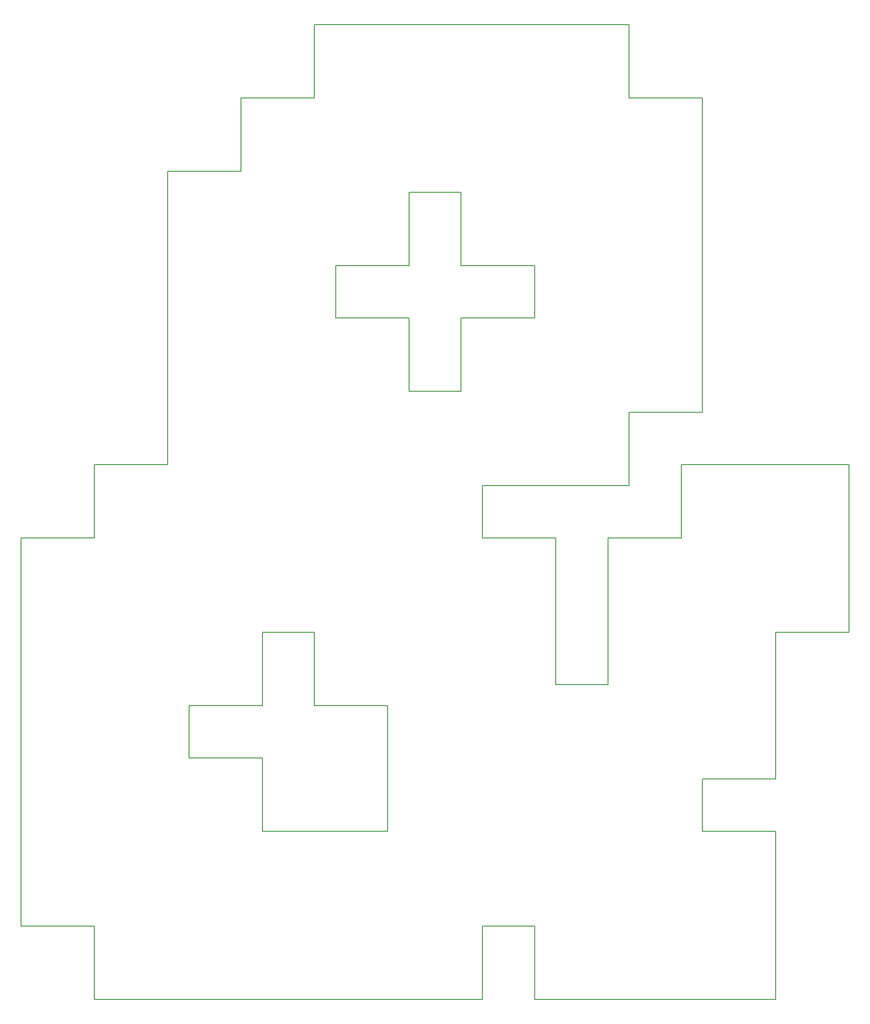
<source format=gbr>
G04 #@! TF.FileFunction,Profile,NP*
%FSLAX46Y46*%
G04 Gerber Fmt 4.6, Leading zero omitted, Abs format (unit mm)*
G04 Created by KiCad (PCBNEW 4.0.6) date Mon Jul 10 19:19:00 2017*
%MOMM*%
%LPD*%
G01*
G04 APERTURE LIST*
%ADD10C,0.100000*%
%ADD11C,0.150000*%
G04 APERTURE END LIST*
D10*
D11*
X85010000Y-32977300D02*
X87010000Y-32977300D01*
X85010000Y-32977300D02*
X85010000Y-34977300D01*
X89010000Y-32977300D02*
X98898900Y-32977300D01*
X98898900Y-32977300D02*
X100898900Y-32977300D01*
X87010000Y-32977300D02*
X89010000Y-32977300D01*
X102898900Y-32977300D02*
X112787800Y-32977300D01*
X112787800Y-32977300D02*
X114787800Y-32977300D01*
X100898900Y-32977300D02*
X102898900Y-32977300D01*
X116787800Y-32977300D02*
X126676700Y-32977300D01*
X126676700Y-32977300D02*
X128676700Y-32977300D01*
X114787800Y-32977300D02*
X116787800Y-32977300D01*
X130676700Y-32977300D02*
X140565600Y-32977300D01*
X140565600Y-32977300D02*
X142565600Y-32977300D01*
X128676700Y-32977300D02*
X130676700Y-32977300D01*
X144565600Y-32977300D02*
X144565600Y-34977300D01*
X142565600Y-32977300D02*
X144565600Y-32977300D01*
X71121100Y-46866200D02*
X73121100Y-46866200D01*
X71121100Y-46866200D02*
X71121100Y-48866200D01*
X85010000Y-34977300D02*
X85010000Y-36977300D01*
X75121100Y-46866200D02*
X85010000Y-46866200D01*
X73121100Y-46866200D02*
X75121100Y-46866200D01*
X85010000Y-36977300D02*
X85010000Y-46866200D01*
X144565600Y-34977300D02*
X144565600Y-36977300D01*
X144565600Y-36977300D02*
X144565600Y-46866200D01*
X144565600Y-46866200D02*
X154454400Y-46866200D01*
X154454400Y-46866200D02*
X156454400Y-46866200D01*
X158454400Y-46866200D02*
X158454400Y-48866200D01*
X156454400Y-46866200D02*
X158454400Y-46866200D01*
X57232200Y-60755100D02*
X59232200Y-60755100D01*
X57232200Y-60755100D02*
X57232200Y-62755100D01*
X71121100Y-48866200D02*
X71121100Y-50866200D01*
X61232200Y-60755100D02*
X71121100Y-60755100D01*
X59232200Y-60755100D02*
X61232200Y-60755100D01*
X71121100Y-50866200D02*
X71121100Y-60755100D01*
X158454400Y-48866200D02*
X158454400Y-50866200D01*
X158454400Y-50866200D02*
X158454400Y-60755100D01*
X158454400Y-60755100D02*
X158454400Y-62755100D01*
X57232200Y-62755100D02*
X57232200Y-64755100D01*
X57232200Y-74644000D02*
X57232200Y-76644000D01*
X57232200Y-64755100D02*
X57232200Y-74644000D01*
X112787800Y-74644000D02*
X112787800Y-76644000D01*
X102898900Y-74644000D02*
X102898900Y-76644000D01*
X102898900Y-64755100D02*
X112787800Y-64755100D01*
X112787800Y-64755100D02*
X112787800Y-74644000D01*
X102898900Y-64755100D02*
X102898900Y-74644000D01*
X158454400Y-62755100D02*
X158454400Y-64755100D01*
X158454400Y-64755100D02*
X158454400Y-74644000D01*
X158454400Y-74644000D02*
X158454400Y-76644000D01*
X57232200Y-76644000D02*
X57232200Y-78644000D01*
X57232200Y-88532900D02*
X57232200Y-90532900D01*
X57232200Y-78644000D02*
X57232200Y-88532900D01*
X98898900Y-78644000D02*
X100898900Y-78644000D01*
X98898900Y-88532900D02*
X100898900Y-88532900D01*
X89010000Y-78644000D02*
X98898900Y-78644000D01*
X89010000Y-88532900D02*
X98898900Y-88532900D01*
X89010000Y-78644000D02*
X89010000Y-88532900D01*
X102898900Y-76644000D02*
X102898900Y-78644000D01*
X112787800Y-76644000D02*
X112787800Y-78644000D01*
X112787800Y-78644000D02*
X114787800Y-78644000D01*
X112787800Y-88532900D02*
X114787800Y-88532900D01*
X112787800Y-88532900D02*
X112787800Y-90532900D01*
X102898900Y-88532900D02*
X102898900Y-90532900D01*
X100898900Y-88532900D02*
X102898900Y-88532900D01*
X100898900Y-78644000D02*
X102898900Y-78644000D01*
X114787800Y-88532900D02*
X116787800Y-88532900D01*
X114787800Y-78644000D02*
X116787800Y-78644000D01*
X116787800Y-78644000D02*
X126676700Y-78644000D01*
X126676700Y-78644000D02*
X126676700Y-88532900D01*
X116787800Y-88532900D02*
X126676700Y-88532900D01*
X158454400Y-76644000D02*
X158454400Y-78644000D01*
X158454400Y-78644000D02*
X158454400Y-88532900D01*
X158454400Y-88532900D02*
X158454400Y-90532900D01*
X57232200Y-90532900D02*
X57232200Y-92532900D01*
X57232200Y-102421800D02*
X57232200Y-104421800D01*
X57232200Y-92532900D02*
X57232200Y-102421800D01*
X102898900Y-90532900D02*
X102898900Y-92532900D01*
X112787800Y-90532900D02*
X112787800Y-92532900D01*
X112787800Y-92532900D02*
X112787800Y-102421800D01*
X102898900Y-102421800D02*
X112787800Y-102421800D01*
X102898900Y-92532900D02*
X102898900Y-102421800D01*
X158454400Y-90532900D02*
X158454400Y-92532900D01*
X158454400Y-92532900D02*
X158454400Y-102421800D01*
X158454400Y-102421800D02*
X158454400Y-104421800D01*
X43343300Y-116310700D02*
X45343300Y-116310700D01*
X43343300Y-116310700D02*
X43343300Y-118310700D01*
X57232200Y-104421800D02*
X57232200Y-106421800D01*
X47343300Y-116310700D02*
X57232200Y-116310700D01*
X45343300Y-116310700D02*
X47343300Y-116310700D01*
X57232200Y-106421800D02*
X57232200Y-116310700D01*
X154454400Y-106421800D02*
X156454400Y-106421800D01*
X154454400Y-116310700D02*
X156454400Y-116310700D01*
X154454400Y-116310700D02*
X154454400Y-118310700D01*
X144565600Y-116310700D02*
X144565600Y-118310700D01*
X144565600Y-106421800D02*
X154454400Y-106421800D01*
X144565600Y-106421800D02*
X144565600Y-116310700D01*
X158454400Y-104421800D02*
X158454400Y-106421800D01*
X168343300Y-116310700D02*
X170343300Y-116310700D01*
X156454400Y-116310700D02*
X158454400Y-116310700D01*
X156454400Y-106421800D02*
X158454400Y-106421800D01*
X158454400Y-116310700D02*
X168343300Y-116310700D01*
X172343300Y-116310700D02*
X182232200Y-116310700D01*
X182232200Y-116310700D02*
X184232200Y-116310700D01*
X170343300Y-116310700D02*
X172343300Y-116310700D01*
X186232200Y-116310700D02*
X186232200Y-118310700D01*
X184232200Y-116310700D02*
X186232200Y-116310700D01*
X29454400Y-130199600D02*
X31454400Y-130199600D01*
X29454400Y-130199600D02*
X29454400Y-132199600D01*
X43343300Y-118310700D02*
X43343300Y-120310700D01*
X33454400Y-130199600D02*
X43343300Y-130199600D01*
X31454400Y-130199600D02*
X33454400Y-130199600D01*
X43343300Y-120310700D02*
X43343300Y-130199600D01*
X126676700Y-120310700D02*
X128676700Y-120310700D01*
X126676700Y-130199600D02*
X128676700Y-130199600D01*
X116787800Y-120310700D02*
X126676700Y-120310700D01*
X116787800Y-130199600D02*
X126676700Y-130199600D01*
X116787800Y-120310700D02*
X116787800Y-130199600D01*
X140565600Y-120310700D02*
X142565600Y-120310700D01*
X140565600Y-130199600D02*
X142565600Y-130199600D01*
X140565600Y-130199600D02*
X140565600Y-132199600D01*
X130676700Y-130199600D02*
X130676700Y-132199600D01*
X128676700Y-130199600D02*
X130676700Y-130199600D01*
X128676700Y-120310700D02*
X130676700Y-120310700D01*
X130676700Y-120310700D02*
X140565600Y-120310700D01*
X144565600Y-118310700D02*
X144565600Y-120310700D01*
X154454400Y-118310700D02*
X154454400Y-120310700D01*
X142565600Y-130199600D02*
X144565600Y-130199600D01*
X142565600Y-120310700D02*
X144565600Y-120310700D01*
X154454400Y-120310700D02*
X154454400Y-130199600D01*
X144565600Y-130199600D02*
X154454400Y-130199600D01*
X186232200Y-118310700D02*
X186232200Y-120310700D01*
X186232200Y-120310700D02*
X186232200Y-130199600D01*
X186232200Y-130199600D02*
X186232200Y-132199600D01*
X29454400Y-132199600D02*
X29454400Y-134199600D01*
X29454400Y-144088400D02*
X29454400Y-146088400D01*
X29454400Y-134199600D02*
X29454400Y-144088400D01*
X130676700Y-132199600D02*
X130676700Y-134199600D01*
X140565600Y-132199600D02*
X140565600Y-134199600D01*
X140565600Y-144088400D02*
X140565600Y-146088400D01*
X130676700Y-144088400D02*
X130676700Y-146088400D01*
X140565600Y-134199600D02*
X140565600Y-144088400D01*
X130676700Y-134199600D02*
X130676700Y-144088400D01*
X186232200Y-132199600D02*
X186232200Y-134199600D01*
X186232200Y-134199600D02*
X186232200Y-144088400D01*
X186232200Y-144088400D02*
X186232200Y-146088400D01*
X29454400Y-146088400D02*
X29454400Y-148088400D01*
X29454400Y-157977300D02*
X29454400Y-159977300D01*
X29454400Y-148088400D02*
X29454400Y-157977300D01*
X85010000Y-157977300D02*
X85010000Y-159977300D01*
X75121100Y-157977300D02*
X75121100Y-159977300D01*
X75121100Y-148088400D02*
X85010000Y-148088400D01*
X85010000Y-148088400D02*
X85010000Y-157977300D01*
X75121100Y-148088400D02*
X75121100Y-157977300D01*
X130676700Y-146088400D02*
X130676700Y-148088400D01*
X140565600Y-146088400D02*
X140565600Y-148088400D01*
X140565600Y-148088400D02*
X140565600Y-157977300D01*
X130676700Y-157977300D02*
X140565600Y-157977300D01*
X130676700Y-148088400D02*
X130676700Y-157977300D01*
X172343300Y-148088400D02*
X182232200Y-148088400D01*
X182232200Y-148088400D02*
X184232200Y-148088400D01*
X172343300Y-148088400D02*
X172343300Y-157977300D01*
X172343300Y-157977300D02*
X172343300Y-159977300D01*
X186232200Y-146088400D02*
X186232200Y-148088400D01*
X184232200Y-148088400D02*
X186232200Y-148088400D01*
X29454400Y-159977300D02*
X29454400Y-161977300D01*
X29454400Y-171866200D02*
X29454400Y-173866200D01*
X29454400Y-161977300D02*
X29454400Y-171866200D01*
X71121100Y-161977300D02*
X73121100Y-161977300D01*
X71121100Y-171866200D02*
X73121100Y-171866200D01*
X61232200Y-161977300D02*
X71121100Y-161977300D01*
X61232200Y-171866200D02*
X71121100Y-171866200D01*
X61232200Y-161977300D02*
X61232200Y-171866200D01*
X75121100Y-159977300D02*
X75121100Y-161977300D01*
X85010000Y-159977300D02*
X85010000Y-161977300D01*
X85010000Y-161977300D02*
X87010000Y-161977300D01*
X75121100Y-171866200D02*
X75121100Y-173866200D01*
X73121100Y-171866200D02*
X75121100Y-171866200D01*
X73121100Y-161977300D02*
X75121100Y-161977300D01*
X89010000Y-161977300D02*
X98898900Y-161977300D01*
X98898900Y-161977300D02*
X98898900Y-171866200D01*
X98898900Y-171866200D02*
X98898900Y-173866200D01*
X87010000Y-161977300D02*
X89010000Y-161977300D01*
X172343300Y-159977300D02*
X172343300Y-161977300D01*
X172343300Y-161977300D02*
X172343300Y-171866200D01*
X172343300Y-171866200D02*
X172343300Y-173866200D01*
X29454400Y-173866200D02*
X29454400Y-175866200D01*
X29454400Y-185755100D02*
X29454400Y-187755100D01*
X29454400Y-175866200D02*
X29454400Y-185755100D01*
X75121100Y-173866200D02*
X75121100Y-175866200D01*
X75121100Y-175866200D02*
X75121100Y-185755100D01*
X75121100Y-185755100D02*
X85010000Y-185755100D01*
X85010000Y-185755100D02*
X87010000Y-185755100D01*
X98898900Y-173866200D02*
X98898900Y-175866200D01*
X89010000Y-185755100D02*
X98898900Y-185755100D01*
X87010000Y-185755100D02*
X89010000Y-185755100D01*
X98898900Y-175866200D02*
X98898900Y-185755100D01*
X168343300Y-175866200D02*
X170343300Y-175866200D01*
X168343300Y-185755100D02*
X170343300Y-185755100D01*
X158454400Y-175866200D02*
X168343300Y-175866200D01*
X158454400Y-185755100D02*
X168343300Y-185755100D01*
X158454400Y-175866200D02*
X158454400Y-185755100D01*
X172343300Y-173866200D02*
X172343300Y-175866200D01*
X172343300Y-185755100D02*
X172343300Y-187755100D01*
X170343300Y-185755100D02*
X172343300Y-185755100D01*
X170343300Y-175866200D02*
X172343300Y-175866200D01*
X29454400Y-187755100D02*
X29454400Y-189755100D01*
X29454400Y-199644000D02*
X29454400Y-201644000D01*
X29454400Y-189755100D02*
X29454400Y-199644000D01*
X172343300Y-187755100D02*
X172343300Y-189755100D01*
X172343300Y-189755100D02*
X172343300Y-199644000D01*
X172343300Y-199644000D02*
X172343300Y-201644000D01*
X29454400Y-201644000D02*
X29454400Y-203644000D01*
X29454400Y-203644000D02*
X31454400Y-203644000D01*
X33454400Y-203644000D02*
X43343300Y-203644000D01*
X43343300Y-203644000D02*
X43343300Y-213532900D01*
X43343300Y-213532900D02*
X43343300Y-215532900D01*
X31454400Y-203644000D02*
X33454400Y-203644000D01*
X126676700Y-213532900D02*
X126676700Y-215532900D01*
X116787800Y-213532900D02*
X116787800Y-215532900D01*
X116787800Y-203644000D02*
X126676700Y-203644000D01*
X126676700Y-203644000D02*
X126676700Y-213532900D01*
X116787800Y-203644000D02*
X116787800Y-213532900D01*
X172343300Y-201644000D02*
X172343300Y-203644000D01*
X172343300Y-203644000D02*
X172343300Y-213532900D01*
X172343300Y-213532900D02*
X172343300Y-215532900D01*
X43343300Y-215532900D02*
X43343300Y-217532900D01*
X43343300Y-217532900D02*
X45343300Y-217532900D01*
X47343300Y-217532900D02*
X57232200Y-217532900D01*
X57232200Y-217532900D02*
X59232200Y-217532900D01*
X45343300Y-217532900D02*
X47343300Y-217532900D01*
X61232200Y-217532900D02*
X71121100Y-217532900D01*
X71121100Y-217532900D02*
X73121100Y-217532900D01*
X59232200Y-217532900D02*
X61232200Y-217532900D01*
X75121100Y-217532900D02*
X85010000Y-217532900D01*
X85010000Y-217532900D02*
X87010000Y-217532900D01*
X73121100Y-217532900D02*
X75121100Y-217532900D01*
X89010000Y-217532900D02*
X98898900Y-217532900D01*
X98898900Y-217532900D02*
X100898900Y-217532900D01*
X87010000Y-217532900D02*
X89010000Y-217532900D01*
X102898900Y-217532900D02*
X112787800Y-217532900D01*
X112787800Y-217532900D02*
X114787800Y-217532900D01*
X100898900Y-217532900D02*
X102898900Y-217532900D01*
X116787800Y-215532900D02*
X116787800Y-217532900D01*
X126676700Y-215532900D02*
X126676700Y-217532900D01*
X126676700Y-217532900D02*
X128676700Y-217532900D01*
X114787800Y-217532900D02*
X116787800Y-217532900D01*
X130676700Y-217532900D02*
X140565600Y-217532900D01*
X140565600Y-217532900D02*
X142565600Y-217532900D01*
X128676700Y-217532900D02*
X130676700Y-217532900D01*
X144565600Y-217532900D02*
X154454400Y-217532900D01*
X154454400Y-217532900D02*
X156454400Y-217532900D01*
X142565600Y-217532900D02*
X144565600Y-217532900D01*
X158454400Y-217532900D02*
X168343300Y-217532900D01*
X168343300Y-217532900D02*
X170343300Y-217532900D01*
X156454400Y-217532900D02*
X158454400Y-217532900D01*
X172343300Y-215532900D02*
X172343300Y-217532900D01*
X170343300Y-217532900D02*
X172343300Y-217532900D01*
M02*

</source>
